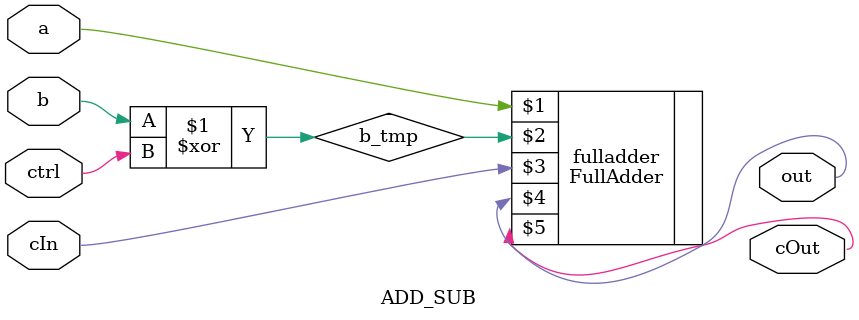
<source format=v>
`timescale 1ns/ 1ns
module ADD_SUB( a,b,cIn,out,cOut,ctrl);
  
  output out,cOut;
  input a,b,cIn,ctrl;
  wire b_tmp ;

  assign b_tmp = b^ctrl;

  FullAdder fulladder(a,b_tmp,cIn,out,cOut);

endmodule
  
</source>
